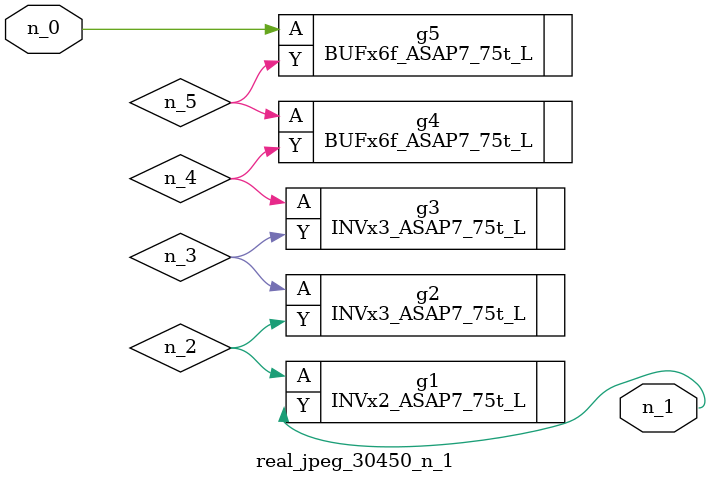
<source format=v>
module real_jpeg_30450_n_1 (n_0, n_1);

input n_0;

output n_1;

wire n_5;
wire n_4;
wire n_2;
wire n_3;

BUFx6f_ASAP7_75t_L g5 ( 
.A(n_0),
.Y(n_5)
);

INVx2_ASAP7_75t_L g1 ( 
.A(n_2),
.Y(n_1)
);

INVx3_ASAP7_75t_L g2 ( 
.A(n_3),
.Y(n_2)
);

INVx3_ASAP7_75t_L g3 ( 
.A(n_4),
.Y(n_3)
);

BUFx6f_ASAP7_75t_L g4 ( 
.A(n_5),
.Y(n_4)
);


endmodule
</source>
